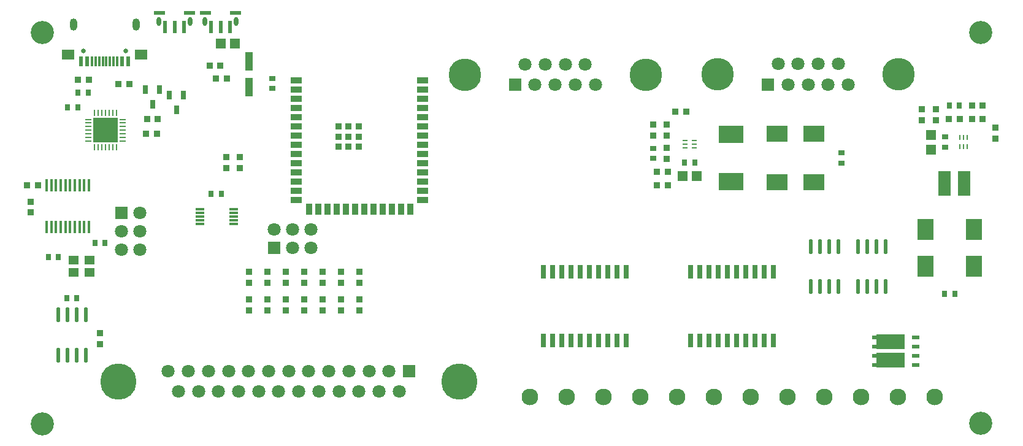
<source format=gts>
G04 #@! TF.GenerationSoftware,KiCad,Pcbnew,8.0.6*
G04 #@! TF.CreationDate,2025-05-06T21:58:27+02:00*
G04 #@! TF.ProjectId,VCU2.0,56435532-2e30-42e6-9b69-6361645f7063,rev?*
G04 #@! TF.SameCoordinates,Original*
G04 #@! TF.FileFunction,Soldermask,Top*
G04 #@! TF.FilePolarity,Negative*
%FSLAX46Y46*%
G04 Gerber Fmt 4.6, Leading zero omitted, Abs format (unit mm)*
G04 Created by KiCad (PCBNEW 8.0.6) date 2025-05-06 21:58:27*
%MOMM*%
%LPD*%
G01*
G04 APERTURE LIST*
%ADD10R,0.700000X1.925000*%
%ADD11R,0.600000X1.700000*%
%ADD12R,1.524003X0.600000*%
%ADD13O,0.700000X1.200000*%
%ADD14R,1.000000X0.600000*%
%ADD15R,3.900000X2.100000*%
%ADD16O,0.588011X2.045009*%
%ADD17C,1.800000*%
%ADD18R,1.800000X1.800000*%
%ADD19C,4.500000*%
%ADD20R,0.806477X0.864008*%
%ADD21R,0.864008X0.806477*%
%ADD22R,0.900000X0.800000*%
%ADD23R,0.800000X0.900000*%
%ADD24C,3.200000*%
%ADD25R,1.750013X3.500000*%
%ADD26R,1.410008X1.350013*%
%ADD27C,2.300000*%
%ADD28C,5.000000*%
%ADD29R,1.400000X1.200000*%
%ADD30R,0.680010X0.280010*%
%ADD31R,3.000000X2.300000*%
%ADD32R,2.300000X3.000000*%
%ADD33R,3.350013X3.350013*%
%ADD34R,0.905004X0.280010*%
%ADD35R,0.280010X0.905004*%
%ADD36O,0.364008X1.742012*%
%ADD37R,3.420015X2.424003*%
%ADD38R,0.300000X1.450013*%
%ADD39R,0.600000X1.450013*%
%ADD40O,1.000000X1.700000*%
%ADD41R,1.800000X1.450013*%
%ADD42C,0.649987*%
%ADD43R,0.700000X1.250013*%
%ADD44R,1.500000X0.900000*%
%ADD45R,0.900000X1.500000*%
%ADD46R,0.900000X0.900000*%
%ADD47R,0.280010X0.680010*%
%ADD48R,1.100000X2.600000*%
%ADD49R,1.300000X0.300000*%
%ADD50R,1.350013X1.410008*%
G04 APERTURE END LIST*
D10*
G04 #@! TO.C,IC603*
X130175000Y-143510000D03*
X128905000Y-143510000D03*
X127635000Y-143510000D03*
X126365000Y-143510000D03*
X125095000Y-143510000D03*
X123825000Y-143510000D03*
X122555000Y-143510000D03*
X121285000Y-143510000D03*
X120015000Y-143510000D03*
X118745000Y-143510000D03*
X118745000Y-152934000D03*
X120015000Y-152934000D03*
X121285000Y-152934000D03*
X122555000Y-152934000D03*
X123825000Y-152934000D03*
X125095000Y-152934000D03*
X126365000Y-152934000D03*
X127635000Y-152934000D03*
X128905000Y-152934000D03*
X130175000Y-152934000D03*
G04 #@! TD*
G04 #@! TO.C,IC602*
X109855000Y-143510000D03*
X108585000Y-143510000D03*
X107315000Y-143510000D03*
X106045000Y-143510000D03*
X104775000Y-143510000D03*
X103505000Y-143510000D03*
X102235000Y-143510000D03*
X100965000Y-143510000D03*
X99695000Y-143510000D03*
X98425000Y-143510000D03*
X98425000Y-152934000D03*
X99695000Y-152934000D03*
X100965000Y-152934000D03*
X102235000Y-152934000D03*
X103505000Y-152934000D03*
X104775000Y-152934000D03*
X106045000Y-152934000D03*
X107315000Y-152934000D03*
X108585000Y-152934000D03*
X109855000Y-152934000D03*
G04 #@! TD*
D11*
G04 #@! TO.C,U307*
X52572917Y-109661987D03*
X53848000Y-109661987D03*
X55123083Y-109661987D03*
D12*
X51786024Y-107762064D03*
X55909976Y-107762064D03*
D13*
X51697886Y-108961962D03*
X55998114Y-108961962D03*
G04 #@! TD*
D11*
G04 #@! TO.C,U306*
X46222917Y-109661987D03*
X47498000Y-109661987D03*
X48773083Y-109661987D03*
D12*
X45436024Y-107762064D03*
X49559976Y-107762064D03*
D13*
X45347886Y-108961962D03*
X49648114Y-108961962D03*
G04 #@! TD*
D14*
G04 #@! TO.C,U603*
X144282180Y-152527072D03*
X144282180Y-153797075D03*
X144282180Y-155067077D03*
X144281926Y-156337080D03*
D15*
X146336028Y-153164106D03*
X146336028Y-155700047D03*
D14*
X149850125Y-152527072D03*
X149850125Y-153797075D03*
X149850125Y-155067077D03*
X149850125Y-156337080D03*
G04 #@! TD*
D16*
G04 #@! TO.C,U602*
X135304958Y-145520416D03*
X136574961Y-145520416D03*
X137844963Y-145520416D03*
X139114966Y-145520416D03*
X135304958Y-139975584D03*
X136574961Y-139975584D03*
X137844963Y-139975584D03*
X139114966Y-139975584D03*
G04 #@! TD*
G04 #@! TO.C,U601*
X141858996Y-145520416D03*
X143128999Y-145520416D03*
X144399001Y-145520416D03*
X145669004Y-145520416D03*
X141858996Y-139975584D03*
X143128999Y-139975584D03*
X144399001Y-139975584D03*
X145669004Y-139975584D03*
G04 #@! TD*
D17*
G04 #@! TO.C,U507*
X134965194Y-117647980D03*
X140505199Y-117647980D03*
X137735324Y-117647980D03*
X132195318Y-117647980D03*
D18*
X129425189Y-117647980D03*
D17*
X139120134Y-114808000D03*
X136350005Y-114808000D03*
X133580129Y-114808000D03*
X130810000Y-114808000D03*
D19*
X147465321Y-116227863D03*
X122465321Y-116227863D03*
G04 #@! TD*
D17*
G04 #@! TO.C,U506*
X100049470Y-117692490D03*
X105589475Y-117692490D03*
X102819600Y-117692490D03*
X97279594Y-117692490D03*
D18*
X94509465Y-117692490D03*
D17*
X104204410Y-114852510D03*
X101434281Y-114852510D03*
X98664405Y-114852510D03*
X95894276Y-114852510D03*
D19*
X112549597Y-116272373D03*
X87549597Y-116272373D03*
G04 #@! TD*
D17*
G04 #@! TO.C,H501*
X66294005Y-137667997D03*
X66294005Y-140208003D03*
X63754000Y-137667997D03*
X63754000Y-140208003D03*
X61213995Y-137667997D03*
D18*
X61213995Y-140208003D03*
G04 #@! TD*
D17*
G04 #@! TO.C,H302*
X42672006Y-140462005D03*
X40132000Y-140462005D03*
X42672006Y-137922000D03*
X40132000Y-137922000D03*
X42672006Y-135381995D03*
D18*
X40132000Y-135381995D03*
G04 #@! TD*
D20*
G04 #@! TO.C,R212*
X155899401Y-122420472D03*
X154392669Y-122420472D03*
G04 #@! TD*
D21*
G04 #@! TO.C,R407*
X65405000Y-147320000D03*
X65405000Y-148826732D03*
G04 #@! TD*
D20*
G04 #@! TO.C,R210*
X157567669Y-122420472D03*
X159074401Y-122420472D03*
G04 #@! TD*
D21*
G04 #@! TO.C,R206*
X115451634Y-126373634D03*
X115451634Y-127880366D03*
G04 #@! TD*
D22*
G04 #@! TO.C,C303*
X60960000Y-118175025D03*
X60960000Y-116774975D03*
G04 #@! TD*
D23*
G04 #@! TO.C,C202*
X117926609Y-128397000D03*
X119326659Y-128397000D03*
G04 #@! TD*
G04 #@! TO.C,C305*
X34163000Y-120777000D03*
X32762950Y-120777000D03*
G04 #@! TD*
D24*
G04 #@! TO.C,H602*
X158750000Y-164365000D03*
G04 #@! TD*
D25*
G04 #@! TO.C,L202*
X153771130Y-131310472D03*
X156520940Y-131310472D03*
G04 #@! TD*
D26*
G04 #@! TO.C,C201*
X117626634Y-130302000D03*
X119626634Y-130302000D03*
G04 #@! TD*
D21*
G04 #@! TO.C,R409*
X70485000Y-147320000D03*
X70485000Y-148826732D03*
G04 #@! TD*
D24*
G04 #@! TO.C,H603*
X29210000Y-110490000D03*
G04 #@! TD*
G04 #@! TO.C,H601*
X158750000Y-110490000D03*
G04 #@! TD*
D21*
G04 #@! TO.C,R204*
X115451634Y-124705366D03*
X115451634Y-123198634D03*
G04 #@! TD*
D20*
G04 #@! TO.C,R307*
X39759634Y-117602000D03*
X41266366Y-117602000D03*
G04 #@! TD*
D27*
G04 #@! TO.C,U504*
X142239990Y-160731988D03*
X147320000Y-160731988D03*
X152400010Y-160731988D03*
G04 #@! TD*
D28*
G04 #@! TO.C,U505*
X39745136Y-158600137D03*
X86785014Y-158600137D03*
D17*
X48030125Y-160020000D03*
X50800000Y-160020000D03*
X53570130Y-160020000D03*
X56340006Y-160020000D03*
X59110135Y-160020000D03*
X61880011Y-160020000D03*
X64650140Y-160020000D03*
X67420016Y-160020000D03*
X70190145Y-160020000D03*
X72960021Y-160020000D03*
X75730150Y-160020000D03*
X78500026Y-160020000D03*
X46645060Y-157180020D03*
X49415190Y-157180020D03*
X52185065Y-157180020D03*
X54954941Y-157180020D03*
X57725070Y-157180020D03*
X60494946Y-157180020D03*
X63265075Y-157180020D03*
X66035205Y-157180020D03*
X68805080Y-157180020D03*
X71574956Y-157180020D03*
X74345086Y-157180020D03*
X77114961Y-157180020D03*
D18*
X79885091Y-157180020D03*
G04 #@! TD*
D29*
G04 #@! TO.C,X401*
X35760159Y-141847955D03*
X33560007Y-141847955D03*
X33560007Y-143547981D03*
X35760159Y-143547981D03*
G04 #@! TD*
D21*
G04 #@! TO.C,R403*
X37200083Y-153492968D03*
X37200083Y-151986236D03*
G04 #@! TD*
D26*
G04 #@! TO.C,C301*
X55864000Y-112014000D03*
X53864000Y-112014000D03*
G04 #@! TD*
D30*
G04 #@! TO.C,U201*
X117986629Y-126356975D03*
X117986629Y-125857102D03*
X117986629Y-125356975D03*
X119266791Y-125356975D03*
X119266791Y-125857102D03*
X119266791Y-126356975D03*
G04 #@! TD*
D27*
G04 #@! TO.C,U501*
X96519990Y-160731988D03*
X101600000Y-160731988D03*
X106680010Y-160731988D03*
G04 #@! TD*
D31*
G04 #@! TO.C,C204*
X130691634Y-124409574D03*
X130691634Y-131114426D03*
G04 #@! TD*
G04 #@! TO.C,C205*
X135771634Y-124409574D03*
X135771634Y-131114426D03*
G04 #@! TD*
D21*
G04 #@! TO.C,R202*
X113546634Y-123198634D03*
X113546634Y-124705366D03*
G04 #@! TD*
D20*
G04 #@! TO.C,R203*
X115570000Y-131572000D03*
X114063268Y-131572000D03*
G04 #@! TD*
D32*
G04 #@! TO.C,C211*
X157863461Y-142740472D03*
X151158609Y-142740472D03*
G04 #@! TD*
D21*
G04 #@! TO.C,R405*
X60325000Y-147320000D03*
X60325000Y-148826732D03*
G04 #@! TD*
G04 #@! TO.C,R209*
X150701035Y-122538838D03*
X150701035Y-121032106D03*
G04 #@! TD*
G04 #@! TO.C,R415*
X67945000Y-143510000D03*
X67945000Y-145016732D03*
G04 #@! TD*
D33*
G04 #@! TO.C,U303*
X37973000Y-123952000D03*
D34*
X40350445Y-122452127D03*
X40350445Y-122952000D03*
X40350445Y-123452127D03*
X40350445Y-123952000D03*
X40350445Y-124452127D03*
X40350445Y-124952000D03*
X40350445Y-125452127D03*
D35*
X39472873Y-126329445D03*
X38973000Y-126329445D03*
X38472873Y-126329445D03*
X37973000Y-126329445D03*
X37472873Y-126329445D03*
X36973000Y-126329445D03*
X36472873Y-126329445D03*
D34*
X35595555Y-125452127D03*
X35595555Y-124952000D03*
X35595555Y-124452127D03*
X35595555Y-123952000D03*
X35595555Y-123452127D03*
X35595555Y-122952000D03*
X35595555Y-122452127D03*
D35*
X36472873Y-121574555D03*
X36973000Y-121574555D03*
X37472873Y-121574555D03*
X37973000Y-121574555D03*
X38472873Y-121574555D03*
X38973000Y-121574555D03*
X39472873Y-121574555D03*
G04 #@! TD*
D23*
G04 #@! TO.C,C212*
X155211060Y-146504702D03*
X153811010Y-146504702D03*
G04 #@! TD*
D24*
G04 #@! TO.C,H604*
X29210000Y-164465000D03*
G04 #@! TD*
D20*
G04 #@! TO.C,R205*
X114063268Y-129667000D03*
X115570000Y-129667000D03*
G04 #@! TD*
G04 #@! TO.C,R301*
X54728366Y-116840000D03*
X53221634Y-116840000D03*
G04 #@! TD*
G04 #@! TO.C,R201*
X116603268Y-121412000D03*
X118110000Y-121412000D03*
G04 #@! TD*
D21*
G04 #@! TO.C,R211*
X152606035Y-122538838D03*
X152606035Y-121032106D03*
G04 #@! TD*
D36*
G04 #@! TO.C,U402*
X29830013Y-137313936D03*
X30480000Y-137313936D03*
X31129988Y-137313936D03*
X31779975Y-137313936D03*
X32430216Y-137313936D03*
X33080204Y-137313936D03*
X33730191Y-137313936D03*
X34380178Y-137313936D03*
X35030166Y-137313936D03*
X35680153Y-137313936D03*
X35680153Y-131572000D03*
X35030166Y-131572000D03*
X34380178Y-131572000D03*
X33730191Y-131572000D03*
X33080204Y-131572000D03*
X32430216Y-131572000D03*
X31779975Y-131572000D03*
X31129988Y-131572000D03*
X30480000Y-131572000D03*
X29830013Y-131572000D03*
G04 #@! TD*
D21*
G04 #@! TO.C,R406*
X62865000Y-147320000D03*
X62865000Y-148826732D03*
G04 #@! TD*
D27*
G04 #@! TO.C,U503*
X126999990Y-160731988D03*
X132080000Y-160731988D03*
X137160010Y-160731988D03*
G04 #@! TD*
D21*
G04 #@! TO.C,R303*
X54610000Y-129141732D03*
X54610000Y-127635000D03*
G04 #@! TD*
G04 #@! TO.C,R417*
X73025000Y-143510000D03*
X73025000Y-145016732D03*
G04 #@! TD*
D37*
G04 #@! TO.C,L201*
X124341634Y-131040131D03*
X124341634Y-124483869D03*
G04 #@! TD*
D21*
G04 #@! TO.C,R412*
X60325000Y-143510000D03*
X60325000Y-145016732D03*
G04 #@! TD*
D38*
G04 #@! TO.C,U305*
X39597926Y-114441894D03*
X38597926Y-114441894D03*
X37097799Y-114441894D03*
X36097799Y-114441894D03*
D39*
X34597977Y-114441894D03*
X35397977Y-114441894D03*
D38*
X36597926Y-114441894D03*
X37597926Y-114441894D03*
X38097799Y-114441894D03*
X39097799Y-114441894D03*
D39*
X40297977Y-114441894D03*
X41097977Y-114441894D03*
D40*
X33528000Y-109347000D03*
X42167980Y-109347000D03*
D41*
X32778013Y-113527010D03*
X42917967Y-113527010D03*
D42*
X34957845Y-112996911D03*
X40737881Y-112996403D03*
G04 #@! TD*
D23*
G04 #@! TO.C,C402*
X37900108Y-139522968D03*
X36500058Y-139522968D03*
G04 #@! TD*
D21*
G04 #@! TO.C,R414*
X65405000Y-143510000D03*
X65405000Y-145016732D03*
G04 #@! TD*
D23*
G04 #@! TO.C,C209*
X154446010Y-120515472D03*
X155846060Y-120515472D03*
G04 #@! TD*
D22*
G04 #@! TO.C,C206*
X139581634Y-127061975D03*
X139581634Y-128462025D03*
G04 #@! TD*
D43*
G04 #@! TO.C,U302*
X48701962Y-119142000D03*
X46802038Y-119142000D03*
X47752000Y-121142000D03*
G04 #@! TD*
D20*
G04 #@! TO.C,R304*
X52324000Y-115062000D03*
X53830732Y-115062000D03*
G04 #@! TD*
D21*
G04 #@! TO.C,R408*
X67945000Y-147320000D03*
X67945000Y-148826732D03*
G04 #@! TD*
D20*
G04 #@! TO.C,R305*
X45203366Y-122428000D03*
X43696634Y-122428000D03*
G04 #@! TD*
D22*
G04 #@! TO.C,C208*
X153876035Y-124895447D03*
X153876035Y-126295497D03*
G04 #@! TD*
D23*
G04 #@! TO.C,C404*
X53975000Y-132715000D03*
X52574950Y-132715000D03*
G04 #@! TD*
D20*
G04 #@! TO.C,R401*
X27175717Y-131521968D03*
X28682449Y-131521968D03*
G04 #@! TD*
D21*
G04 #@! TO.C,R410*
X73025000Y-147320000D03*
X73025000Y-148826732D03*
G04 #@! TD*
D20*
G04 #@! TO.C,R208*
X159074401Y-120515472D03*
X157567669Y-120515472D03*
G04 #@! TD*
D21*
G04 #@! TO.C,R404*
X57785000Y-147320000D03*
X57785000Y-148826732D03*
G04 #@! TD*
D16*
G04 #@! TO.C,U401*
X35295087Y-149450552D03*
X34025084Y-149450552D03*
X32755082Y-149450552D03*
X31485079Y-149450552D03*
X31485079Y-154995384D03*
X32755082Y-154995384D03*
X34025084Y-154995384D03*
X35295087Y-154995384D03*
G04 #@! TD*
D22*
G04 #@! TO.C,C203*
X113546634Y-127827025D03*
X113546634Y-126426975D03*
G04 #@! TD*
D32*
G04 #@! TO.C,C210*
X157863461Y-137660472D03*
X151158609Y-137660472D03*
G04 #@! TD*
D21*
G04 #@! TO.C,R302*
X56515000Y-129141732D03*
X56515000Y-127635000D03*
G04 #@! TD*
D44*
G04 #@! TO.C,U301*
X64274936Y-117098542D03*
X64274936Y-118368545D03*
X64274936Y-119638547D03*
X64274936Y-120908550D03*
X64274936Y-122178552D03*
X64274936Y-123448555D03*
X64274936Y-124718557D03*
X64274936Y-125988560D03*
X64274936Y-127258563D03*
X64274936Y-128528565D03*
X64274936Y-129798568D03*
X64274936Y-131068570D03*
X64274936Y-132338573D03*
X64274936Y-133608575D03*
D45*
X66039986Y-134888484D03*
X67309989Y-134888484D03*
X68579991Y-134888484D03*
X69849994Y-134888484D03*
X71119996Y-134888484D03*
X72389999Y-134888484D03*
X73660001Y-134888484D03*
X74930004Y-134888484D03*
X76200006Y-134888484D03*
X77470009Y-134888484D03*
X78740011Y-134888484D03*
X80010014Y-134858512D03*
D44*
X81775064Y-133608575D03*
X81775064Y-132338573D03*
X81775064Y-131068570D03*
X81775064Y-129798568D03*
X81775064Y-128528565D03*
X81775064Y-127258563D03*
X81775064Y-125988560D03*
X81775064Y-124718557D03*
X81775064Y-123448555D03*
X81775064Y-122178552D03*
X81775064Y-120908550D03*
X81775064Y-119638547D03*
X81775064Y-118368545D03*
X81775064Y-117098542D03*
D46*
X70124822Y-123418583D03*
X70124822Y-124818634D03*
X70124822Y-126218684D03*
X71524873Y-123418583D03*
X71524873Y-124818634D03*
X71524873Y-126218684D03*
X72924924Y-123418583D03*
X72924924Y-124818634D03*
X72924924Y-126218684D03*
G04 #@! TD*
D47*
G04 #@! TO.C,U202*
X155916060Y-124955467D03*
X156415933Y-124955467D03*
X156916060Y-124955467D03*
X156916060Y-126235629D03*
X156415933Y-126235629D03*
X155916060Y-126235629D03*
G04 #@! TD*
D23*
G04 #@! TO.C,C401*
X32625033Y-147142968D03*
X34025083Y-147142968D03*
G04 #@! TD*
G04 #@! TO.C,C403*
X30085033Y-141427968D03*
X31485083Y-141427968D03*
G04 #@! TD*
D21*
G04 #@! TO.C,R416*
X70485000Y-143510000D03*
X70485000Y-145016732D03*
G04 #@! TD*
G04 #@! TO.C,R413*
X62865000Y-143510000D03*
X62865000Y-145016732D03*
G04 #@! TD*
D27*
G04 #@! TO.C,U502*
X111759990Y-160731988D03*
X116840000Y-160731988D03*
X121920010Y-160731988D03*
G04 #@! TD*
D21*
G04 #@! TO.C,R411*
X57785000Y-143510000D03*
X57785000Y-145016732D03*
G04 #@! TD*
D23*
G04 #@! TO.C,C304*
X34200194Y-118775303D03*
X35600244Y-118775303D03*
G04 #@! TD*
D20*
G04 #@! TO.C,R308*
X34163000Y-116967000D03*
X35669732Y-116967000D03*
G04 #@! TD*
D43*
G04 #@! TO.C,U304*
X45399962Y-118380000D03*
X43500038Y-118380000D03*
X44450000Y-120380000D03*
G04 #@! TD*
D48*
G04 #@! TO.C,C302*
X57785000Y-118004975D03*
X57785000Y-114405025D03*
G04 #@! TD*
D49*
G04 #@! TO.C,U403*
X50989987Y-134890127D03*
X50989987Y-135390000D03*
X50989987Y-135889873D03*
X50989987Y-136390000D03*
X50989987Y-136890127D03*
X55690013Y-136889873D03*
X55690013Y-136390000D03*
X55690013Y-135890127D03*
X55690013Y-135390000D03*
X55690013Y-134889873D03*
G04 #@! TD*
D50*
G04 #@! TO.C,C207*
X151971035Y-124595472D03*
X151971035Y-126595472D03*
G04 #@! TD*
D20*
G04 #@! TO.C,R306*
X45072881Y-124460000D03*
X43566149Y-124460000D03*
G04 #@! TD*
D21*
G04 #@! TO.C,R402*
X27675083Y-135314700D03*
X27675083Y-133807968D03*
G04 #@! TD*
G04 #@! TO.C,R207*
X160861035Y-123572106D03*
X160861035Y-125078838D03*
G04 #@! TD*
M02*

</source>
